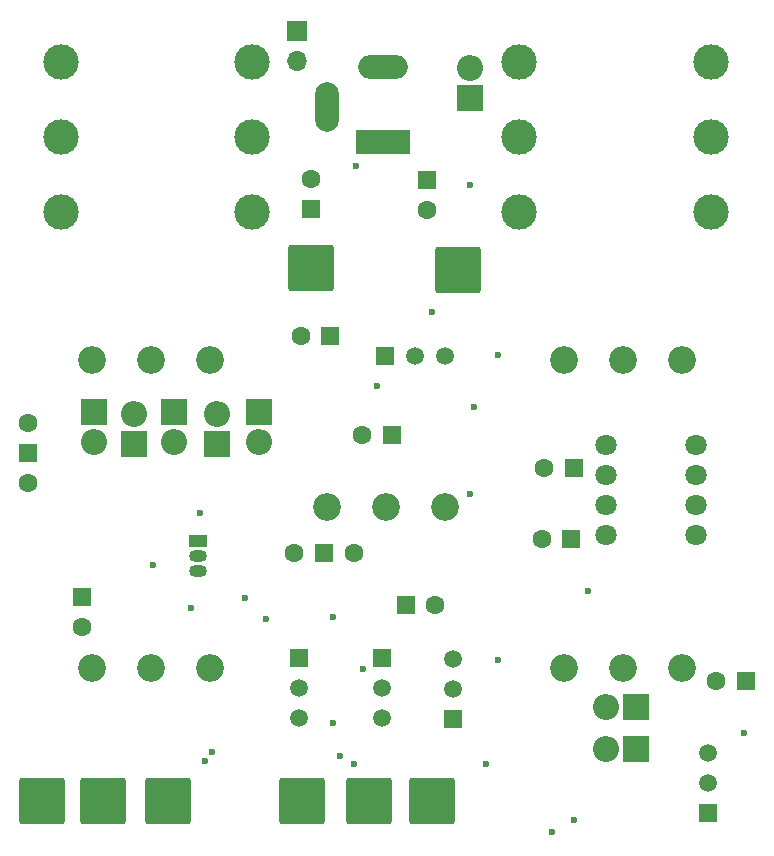
<source format=gbs>
G04 #@! TF.GenerationSoftware,KiCad,Pcbnew,8.0.1*
G04 #@! TF.CreationDate,2024-07-26T15:20:18+05:00*
G04 #@! TF.ProjectId,Life_pedal,4c696665-5f70-4656-9461-6c2e6b696361,rev?*
G04 #@! TF.SameCoordinates,Original*
G04 #@! TF.FileFunction,Soldermask,Bot*
G04 #@! TF.FilePolarity,Negative*
%FSLAX46Y46*%
G04 Gerber Fmt 4.6, Leading zero omitted, Abs format (unit mm)*
G04 Created by KiCad (PCBNEW 8.0.1) date 2024-07-26 15:20:18*
%MOMM*%
%LPD*%
G01*
G04 APERTURE LIST*
G04 Aperture macros list*
%AMRoundRect*
0 Rectangle with rounded corners*
0 $1 Rounding radius*
0 $2 $3 $4 $5 $6 $7 $8 $9 X,Y pos of 4 corners*
0 Add a 4 corners polygon primitive as box body*
4,1,4,$2,$3,$4,$5,$6,$7,$8,$9,$2,$3,0*
0 Add four circle primitives for the rounded corners*
1,1,$1+$1,$2,$3*
1,1,$1+$1,$4,$5*
1,1,$1+$1,$6,$7*
1,1,$1+$1,$8,$9*
0 Add four rect primitives between the rounded corners*
20,1,$1+$1,$2,$3,$4,$5,0*
20,1,$1+$1,$4,$5,$6,$7,0*
20,1,$1+$1,$6,$7,$8,$9,0*
20,1,$1+$1,$8,$9,$2,$3,0*%
G04 Aperture macros list end*
%ADD10O,2.200000X2.200000*%
%ADD11R,2.200000X2.200000*%
%ADD12R,1.600000X1.600000*%
%ADD13C,1.600000*%
%ADD14R,1.500000X1.050000*%
%ADD15O,1.500000X1.050000*%
%ADD16C,1.500000*%
%ADD17R,1.500000X1.500000*%
%ADD18RoundRect,0.250002X1.699998X-1.699998X1.699998X1.699998X-1.699998X1.699998X-1.699998X-1.699998X0*%
%ADD19R,1.700000X1.700000*%
%ADD20O,1.700000X1.700000*%
%ADD21C,1.804000*%
%ADD22C,3.000000*%
%ADD23R,4.600000X2.000000*%
%ADD24O,4.200000X2.000000*%
%ADD25O,2.000000X4.200000*%
%ADD26C,2.340000*%
%ADD27C,0.600000*%
G04 APERTURE END LIST*
D10*
X123800000Y-70743533D03*
D11*
X123800000Y-68203533D03*
D10*
X127200000Y-68400000D03*
D11*
X127200000Y-70940000D03*
D12*
X150194888Y-84600000D03*
D13*
X152694888Y-84600000D03*
D14*
X132640001Y-79130000D03*
D15*
X132640001Y-80400001D03*
X132640001Y-81670000D03*
D16*
X154200000Y-89120001D03*
X154200000Y-91660000D03*
D17*
X154200000Y-94200000D03*
D11*
X169668234Y-96800000D03*
D10*
X167128234Y-96800000D03*
D18*
X119400000Y-101200000D03*
D17*
X118200000Y-71740000D03*
D13*
X118200000Y-69200000D03*
X118200000Y-74280000D03*
D18*
X154600000Y-56200000D03*
D17*
X175800000Y-102200000D03*
D16*
X175800000Y-99660000D03*
X175800000Y-97120001D03*
D11*
X134200000Y-70940000D03*
D10*
X134200000Y-68400000D03*
D12*
X164205112Y-79000000D03*
D13*
X161705112Y-79000000D03*
D17*
X148150000Y-89050000D03*
D16*
X148150000Y-91590000D03*
X148150000Y-94129999D03*
D18*
X141400000Y-101200000D03*
D12*
X143805112Y-61800000D03*
D13*
X141305112Y-61800000D03*
D18*
X147085714Y-101200000D03*
X130028572Y-101200000D03*
D19*
X141025000Y-35950000D03*
D20*
X141025000Y-38490000D03*
D18*
X142200000Y-56000000D03*
D21*
X174800000Y-70990000D03*
X174800000Y-73530000D03*
X174800000Y-76070000D03*
X174800000Y-78610000D03*
X167180000Y-78610000D03*
X167180000Y-76070000D03*
X167180000Y-73530000D03*
X167180000Y-70990000D03*
D11*
X130600000Y-68203532D03*
D10*
X130600000Y-70743532D03*
D17*
X148450000Y-63450000D03*
D16*
X150990000Y-63450000D03*
X153530000Y-63450000D03*
D12*
X179000000Y-91000000D03*
D13*
X176500000Y-91000000D03*
D11*
X137800000Y-68203532D03*
D10*
X137800000Y-70743532D03*
D12*
X164405113Y-73000000D03*
D13*
X161905113Y-73000000D03*
D18*
X124600000Y-101200000D03*
D11*
X155600000Y-41668234D03*
D10*
X155600000Y-39128234D03*
D22*
X159815000Y-44985000D03*
X176045000Y-44985000D03*
X159815000Y-38635000D03*
X176045000Y-38635000D03*
X159815000Y-51335000D03*
X176045000Y-51335000D03*
D23*
X148300000Y-45335000D03*
D24*
X148300000Y-39035000D03*
D25*
X143500000Y-42435000D03*
D17*
X143260000Y-80200000D03*
D13*
X145800000Y-80200000D03*
X140720000Y-80200000D03*
D17*
X141150000Y-89050000D03*
D16*
X141150000Y-91590000D03*
X141150000Y-94129999D03*
D12*
X149005113Y-70200000D03*
D13*
X146505113Y-70200000D03*
D22*
X120965000Y-44985000D03*
X137195000Y-44985000D03*
X120965000Y-38635000D03*
X137195000Y-38635000D03*
X120965000Y-51335000D03*
X137195000Y-51335000D03*
D18*
X152400000Y-101200000D03*
D11*
X169668234Y-93200000D03*
D10*
X167128234Y-93200000D03*
D12*
X152000000Y-48594887D03*
D13*
X152000000Y-51094887D03*
D12*
X142200000Y-51005113D03*
D13*
X142200000Y-48505113D03*
D12*
X122800000Y-83900000D03*
D13*
X122800000Y-86400000D03*
D26*
X163600000Y-63800000D03*
X168600000Y-63800000D03*
X173600000Y-63800000D03*
X153550000Y-76300000D03*
X148550000Y-76300000D03*
X143550000Y-76300000D03*
X133600000Y-89900000D03*
X128600000Y-89900000D03*
X123600000Y-89900000D03*
X133600000Y-63800000D03*
X128600000Y-63800000D03*
X123600000Y-63800000D03*
X173600000Y-89900000D03*
X168600000Y-89900000D03*
X163600000Y-89900000D03*
D27*
X152400000Y-59800000D03*
X158000000Y-63400000D03*
X132800000Y-76800000D03*
X144000000Y-85600000D03*
X146600000Y-90000000D03*
X145800000Y-98000000D03*
X157000000Y-98000000D03*
X162600000Y-103800000D03*
X147800000Y-66000000D03*
X156000000Y-67800000D03*
X155600000Y-75200000D03*
X165600000Y-83400000D03*
X178800000Y-95400000D03*
X164400000Y-102800000D03*
X158000000Y-89200000D03*
X144600000Y-97400000D03*
X144000000Y-94600000D03*
X128800000Y-81200000D03*
X138400000Y-85800000D03*
X136600000Y-84000000D03*
X132000000Y-84800000D03*
X133800000Y-97000000D03*
X133200000Y-97800000D03*
X146000000Y-47400000D03*
X155600000Y-49000000D03*
M02*

</source>
